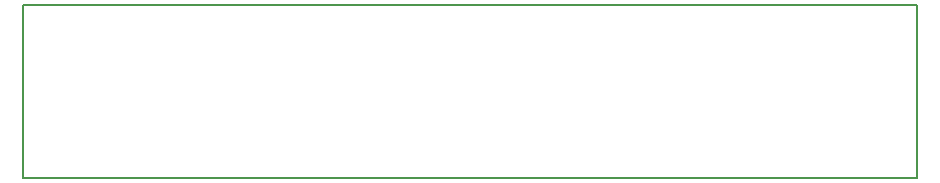
<source format=gm1>
%TF.GenerationSoftware,KiCad,Pcbnew,(5.0.0-3-g0214c9d)*%
%TF.CreationDate,2018-10-20T18:36:11-06:00*%
%TF.ProjectId,Touchsensorx1,546F75636873656E736F7278312E6B69,rev?*%
%TF.SameCoordinates,Original*%
%TF.FileFunction,Profile,NP*%
%FSLAX46Y46*%
G04 Gerber Fmt 4.6, Leading zero omitted, Abs format (unit mm)*
G04 Created by KiCad (PCBNEW (5.0.0-3-g0214c9d)) date Saturday, October 20, 2018 at 06:36:11 PM*
%MOMM*%
%LPD*%
G01*
G04 APERTURE LIST*
%ADD10C,0.150000*%
G04 APERTURE END LIST*
D10*
X346050000Y229750000D02*
X421700000Y229700000D01*
X346050000Y215100000D02*
X346050000Y229750000D01*
X421700000Y215100000D02*
X346050000Y215100000D01*
X421700000Y229700000D02*
X421700000Y215100000D01*
M02*

</source>
